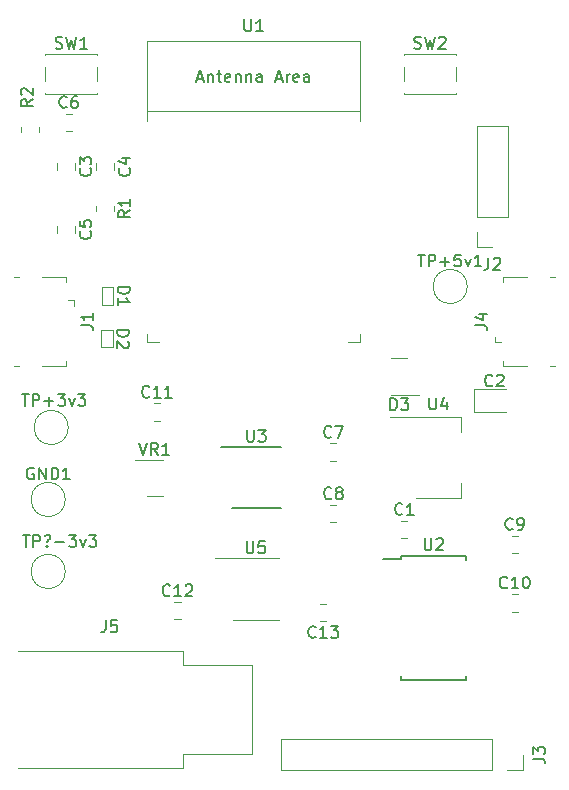
<source format=gbr>
%TF.GenerationSoftware,KiCad,Pcbnew,6.0.9+dfsg-1~bpo11+1*%
%TF.CreationDate,2022-12-22T20:36:38-06:00*%
%TF.ProjectId,CAE32_PCB,43414533-325f-4504-9342-2e6b69636164,rev?*%
%TF.SameCoordinates,Original*%
%TF.FileFunction,Legend,Top*%
%TF.FilePolarity,Positive*%
%FSLAX46Y46*%
G04 Gerber Fmt 4.6, Leading zero omitted, Abs format (unit mm)*
G04 Created by KiCad (PCBNEW 6.0.9+dfsg-1~bpo11+1) date 2022-12-22 20:36:38*
%MOMM*%
%LPD*%
G01*
G04 APERTURE LIST*
%ADD10C,0.150000*%
%ADD11C,0.120000*%
G04 APERTURE END LIST*
D10*
%TO.C,C6*%
X131108333Y-96802142D02*
X131060714Y-96849761D01*
X130917857Y-96897380D01*
X130822619Y-96897380D01*
X130679761Y-96849761D01*
X130584523Y-96754523D01*
X130536904Y-96659285D01*
X130489285Y-96468809D01*
X130489285Y-96325952D01*
X130536904Y-96135476D01*
X130584523Y-96040238D01*
X130679761Y-95945000D01*
X130822619Y-95897380D01*
X130917857Y-95897380D01*
X131060714Y-95945000D01*
X131108333Y-95992619D01*
X131965476Y-95897380D02*
X131775000Y-95897380D01*
X131679761Y-95945000D01*
X131632142Y-95992619D01*
X131536904Y-96135476D01*
X131489285Y-96325952D01*
X131489285Y-96706904D01*
X131536904Y-96802142D01*
X131584523Y-96849761D01*
X131679761Y-96897380D01*
X131870238Y-96897380D01*
X131965476Y-96849761D01*
X132013095Y-96802142D01*
X132060714Y-96706904D01*
X132060714Y-96468809D01*
X132013095Y-96373571D01*
X131965476Y-96325952D01*
X131870238Y-96278333D01*
X131679761Y-96278333D01*
X131584523Y-96325952D01*
X131536904Y-96373571D01*
X131489285Y-96468809D01*
%TO.C,C9*%
X168870333Y-132535142D02*
X168822714Y-132582761D01*
X168679857Y-132630380D01*
X168584619Y-132630380D01*
X168441761Y-132582761D01*
X168346523Y-132487523D01*
X168298904Y-132392285D01*
X168251285Y-132201809D01*
X168251285Y-132058952D01*
X168298904Y-131868476D01*
X168346523Y-131773238D01*
X168441761Y-131678000D01*
X168584619Y-131630380D01*
X168679857Y-131630380D01*
X168822714Y-131678000D01*
X168870333Y-131725619D01*
X169346523Y-132630380D02*
X169537000Y-132630380D01*
X169632238Y-132582761D01*
X169679857Y-132535142D01*
X169775095Y-132392285D01*
X169822714Y-132201809D01*
X169822714Y-131820857D01*
X169775095Y-131725619D01*
X169727476Y-131678000D01*
X169632238Y-131630380D01*
X169441761Y-131630380D01*
X169346523Y-131678000D01*
X169298904Y-131725619D01*
X169251285Y-131820857D01*
X169251285Y-132058952D01*
X169298904Y-132154190D01*
X169346523Y-132201809D01*
X169441761Y-132249428D01*
X169632238Y-132249428D01*
X169727476Y-132201809D01*
X169775095Y-132154190D01*
X169822714Y-132058952D01*
%TO.C,VR1*%
X137265476Y-125277380D02*
X137598809Y-126277380D01*
X137932142Y-125277380D01*
X138836904Y-126277380D02*
X138503571Y-125801190D01*
X138265476Y-126277380D02*
X138265476Y-125277380D01*
X138646428Y-125277380D01*
X138741666Y-125325000D01*
X138789285Y-125372619D01*
X138836904Y-125467857D01*
X138836904Y-125610714D01*
X138789285Y-125705952D01*
X138741666Y-125753571D01*
X138646428Y-125801190D01*
X138265476Y-125801190D01*
X139789285Y-126277380D02*
X139217857Y-126277380D01*
X139503571Y-126277380D02*
X139503571Y-125277380D01*
X139408333Y-125420238D01*
X139313095Y-125515476D01*
X139217857Y-125563095D01*
%TO.C,C3*%
X133101142Y-102020666D02*
X133148761Y-102068285D01*
X133196380Y-102211142D01*
X133196380Y-102306380D01*
X133148761Y-102449238D01*
X133053523Y-102544476D01*
X132958285Y-102592095D01*
X132767809Y-102639714D01*
X132624952Y-102639714D01*
X132434476Y-102592095D01*
X132339238Y-102544476D01*
X132244000Y-102449238D01*
X132196380Y-102306380D01*
X132196380Y-102211142D01*
X132244000Y-102068285D01*
X132291619Y-102020666D01*
X132196380Y-101687333D02*
X132196380Y-101068285D01*
X132577333Y-101401619D01*
X132577333Y-101258761D01*
X132624952Y-101163523D01*
X132672571Y-101115904D01*
X132767809Y-101068285D01*
X133005904Y-101068285D01*
X133101142Y-101115904D01*
X133148761Y-101163523D01*
X133196380Y-101258761D01*
X133196380Y-101544476D01*
X133148761Y-101639714D01*
X133101142Y-101687333D01*
%TO.C,C1*%
X159533333Y-131265142D02*
X159485714Y-131312761D01*
X159342857Y-131360380D01*
X159247619Y-131360380D01*
X159104761Y-131312761D01*
X159009523Y-131217523D01*
X158961904Y-131122285D01*
X158914285Y-130931809D01*
X158914285Y-130788952D01*
X158961904Y-130598476D01*
X159009523Y-130503238D01*
X159104761Y-130408000D01*
X159247619Y-130360380D01*
X159342857Y-130360380D01*
X159485714Y-130408000D01*
X159533333Y-130455619D01*
X160485714Y-131360380D02*
X159914285Y-131360380D01*
X160200000Y-131360380D02*
X160200000Y-130360380D01*
X160104761Y-130503238D01*
X160009523Y-130598476D01*
X159914285Y-130646095D01*
%TO.C,TP?-3v3*%
X127389333Y-133056380D02*
X127960761Y-133056380D01*
X127675047Y-134056380D02*
X127675047Y-133056380D01*
X128294095Y-134056380D02*
X128294095Y-133056380D01*
X128675047Y-133056380D01*
X128770285Y-133104000D01*
X128817904Y-133151619D01*
X128865523Y-133246857D01*
X128865523Y-133389714D01*
X128817904Y-133484952D01*
X128770285Y-133532571D01*
X128675047Y-133580190D01*
X128294095Y-133580190D01*
X129436952Y-133961142D02*
X129484571Y-134008761D01*
X129436952Y-134056380D01*
X129389333Y-134008761D01*
X129436952Y-133961142D01*
X129436952Y-134056380D01*
X129246476Y-133104000D02*
X129341714Y-133056380D01*
X129579809Y-133056380D01*
X129675047Y-133104000D01*
X129722666Y-133199238D01*
X129722666Y-133294476D01*
X129675047Y-133389714D01*
X129627428Y-133437333D01*
X129532190Y-133484952D01*
X129484571Y-133532571D01*
X129436952Y-133627809D01*
X129436952Y-133675428D01*
X130151238Y-133675428D02*
X130913142Y-133675428D01*
X131294095Y-133056380D02*
X131913142Y-133056380D01*
X131579809Y-133437333D01*
X131722666Y-133437333D01*
X131817904Y-133484952D01*
X131865523Y-133532571D01*
X131913142Y-133627809D01*
X131913142Y-133865904D01*
X131865523Y-133961142D01*
X131817904Y-134008761D01*
X131722666Y-134056380D01*
X131436952Y-134056380D01*
X131341714Y-134008761D01*
X131294095Y-133961142D01*
X132246476Y-133389714D02*
X132484571Y-134056380D01*
X132722666Y-133389714D01*
X133008380Y-133056380D02*
X133627428Y-133056380D01*
X133294095Y-133437333D01*
X133436952Y-133437333D01*
X133532190Y-133484952D01*
X133579809Y-133532571D01*
X133627428Y-133627809D01*
X133627428Y-133865904D01*
X133579809Y-133961142D01*
X133532190Y-134008761D01*
X133436952Y-134056380D01*
X133151238Y-134056380D01*
X133056000Y-134008761D01*
X133008380Y-133961142D01*
%TO.C,D1*%
X135437619Y-112061904D02*
X136437619Y-112061904D01*
X136437619Y-112300000D01*
X136390000Y-112442857D01*
X136294761Y-112538095D01*
X136199523Y-112585714D01*
X136009047Y-112633333D01*
X135866190Y-112633333D01*
X135675714Y-112585714D01*
X135580476Y-112538095D01*
X135485238Y-112442857D01*
X135437619Y-112300000D01*
X135437619Y-112061904D01*
X135437619Y-113585714D02*
X135437619Y-113014285D01*
X135437619Y-113300000D02*
X136437619Y-113300000D01*
X136294761Y-113204761D01*
X136199523Y-113109523D01*
X136151904Y-113014285D01*
%TO.C,C13*%
X152182142Y-141662142D02*
X152134523Y-141709761D01*
X151991666Y-141757380D01*
X151896428Y-141757380D01*
X151753571Y-141709761D01*
X151658333Y-141614523D01*
X151610714Y-141519285D01*
X151563095Y-141328809D01*
X151563095Y-141185952D01*
X151610714Y-140995476D01*
X151658333Y-140900238D01*
X151753571Y-140805000D01*
X151896428Y-140757380D01*
X151991666Y-140757380D01*
X152134523Y-140805000D01*
X152182142Y-140852619D01*
X153134523Y-141757380D02*
X152563095Y-141757380D01*
X152848809Y-141757380D02*
X152848809Y-140757380D01*
X152753571Y-140900238D01*
X152658333Y-140995476D01*
X152563095Y-141043095D01*
X153467857Y-140757380D02*
X154086904Y-140757380D01*
X153753571Y-141138333D01*
X153896428Y-141138333D01*
X153991666Y-141185952D01*
X154039285Y-141233571D01*
X154086904Y-141328809D01*
X154086904Y-141566904D01*
X154039285Y-141662142D01*
X153991666Y-141709761D01*
X153896428Y-141757380D01*
X153610714Y-141757380D01*
X153515476Y-141709761D01*
X153467857Y-141662142D01*
%TO.C,R2*%
X128214380Y-96178666D02*
X127738190Y-96512000D01*
X128214380Y-96750095D02*
X127214380Y-96750095D01*
X127214380Y-96369142D01*
X127262000Y-96273904D01*
X127309619Y-96226285D01*
X127404857Y-96178666D01*
X127547714Y-96178666D01*
X127642952Y-96226285D01*
X127690571Y-96273904D01*
X127738190Y-96369142D01*
X127738190Y-96750095D01*
X127309619Y-95797714D02*
X127262000Y-95750095D01*
X127214380Y-95654857D01*
X127214380Y-95416761D01*
X127262000Y-95321523D01*
X127309619Y-95273904D01*
X127404857Y-95226285D01*
X127500095Y-95226285D01*
X127642952Y-95273904D01*
X128214380Y-95845333D01*
X128214380Y-95226285D01*
%TO.C,J4*%
X165701380Y-115283333D02*
X166415666Y-115283333D01*
X166558523Y-115330952D01*
X166653761Y-115426190D01*
X166701380Y-115569047D01*
X166701380Y-115664285D01*
X166034714Y-114378571D02*
X166701380Y-114378571D01*
X165653761Y-114616666D02*
X166368047Y-114854761D01*
X166368047Y-114235714D01*
%TO.C,C4*%
X136403142Y-102020666D02*
X136450761Y-102068285D01*
X136498380Y-102211142D01*
X136498380Y-102306380D01*
X136450761Y-102449238D01*
X136355523Y-102544476D01*
X136260285Y-102592095D01*
X136069809Y-102639714D01*
X135926952Y-102639714D01*
X135736476Y-102592095D01*
X135641238Y-102544476D01*
X135546000Y-102449238D01*
X135498380Y-102306380D01*
X135498380Y-102211142D01*
X135546000Y-102068285D01*
X135593619Y-102020666D01*
X135831714Y-101163523D02*
X136498380Y-101163523D01*
X135450761Y-101401619D02*
X136165047Y-101639714D01*
X136165047Y-101020666D01*
%TO.C,J5*%
X134402666Y-140280380D02*
X134402666Y-140994666D01*
X134355047Y-141137523D01*
X134259809Y-141232761D01*
X134116952Y-141280380D01*
X134021714Y-141280380D01*
X135355047Y-140280380D02*
X134878857Y-140280380D01*
X134831238Y-140756571D01*
X134878857Y-140708952D01*
X134974095Y-140661333D01*
X135212190Y-140661333D01*
X135307428Y-140708952D01*
X135355047Y-140756571D01*
X135402666Y-140851809D01*
X135402666Y-141089904D01*
X135355047Y-141185142D01*
X135307428Y-141232761D01*
X135212190Y-141280380D01*
X134974095Y-141280380D01*
X134878857Y-141232761D01*
X134831238Y-141185142D01*
%TO.C,C2*%
X167140833Y-120373142D02*
X167093214Y-120420761D01*
X166950357Y-120468380D01*
X166855119Y-120468380D01*
X166712261Y-120420761D01*
X166617023Y-120325523D01*
X166569404Y-120230285D01*
X166521785Y-120039809D01*
X166521785Y-119896952D01*
X166569404Y-119706476D01*
X166617023Y-119611238D01*
X166712261Y-119516000D01*
X166855119Y-119468380D01*
X166950357Y-119468380D01*
X167093214Y-119516000D01*
X167140833Y-119563619D01*
X167521785Y-119563619D02*
X167569404Y-119516000D01*
X167664642Y-119468380D01*
X167902738Y-119468380D01*
X167997976Y-119516000D01*
X168045595Y-119563619D01*
X168093214Y-119658857D01*
X168093214Y-119754095D01*
X168045595Y-119896952D01*
X167474166Y-120468380D01*
X168093214Y-120468380D01*
%TO.C,U2*%
X161417095Y-133333380D02*
X161417095Y-134142904D01*
X161464714Y-134238142D01*
X161512333Y-134285761D01*
X161607571Y-134333380D01*
X161798047Y-134333380D01*
X161893285Y-134285761D01*
X161940904Y-134238142D01*
X161988523Y-134142904D01*
X161988523Y-133333380D01*
X162417095Y-133428619D02*
X162464714Y-133381000D01*
X162559952Y-133333380D01*
X162798047Y-133333380D01*
X162893285Y-133381000D01*
X162940904Y-133428619D01*
X162988523Y-133523857D01*
X162988523Y-133619095D01*
X162940904Y-133761952D01*
X162369476Y-134333380D01*
X162988523Y-134333380D01*
%TO.C,C5*%
X133101142Y-107354666D02*
X133148761Y-107402285D01*
X133196380Y-107545142D01*
X133196380Y-107640380D01*
X133148761Y-107783238D01*
X133053523Y-107878476D01*
X132958285Y-107926095D01*
X132767809Y-107973714D01*
X132624952Y-107973714D01*
X132434476Y-107926095D01*
X132339238Y-107878476D01*
X132244000Y-107783238D01*
X132196380Y-107640380D01*
X132196380Y-107545142D01*
X132244000Y-107402285D01*
X132291619Y-107354666D01*
X132196380Y-106449904D02*
X132196380Y-106926095D01*
X132672571Y-106973714D01*
X132624952Y-106926095D01*
X132577333Y-106830857D01*
X132577333Y-106592761D01*
X132624952Y-106497523D01*
X132672571Y-106449904D01*
X132767809Y-106402285D01*
X133005904Y-106402285D01*
X133101142Y-106449904D01*
X133148761Y-106497523D01*
X133196380Y-106592761D01*
X133196380Y-106830857D01*
X133148761Y-106926095D01*
X133101142Y-106973714D01*
%TO.C,R1*%
X136468380Y-105576666D02*
X135992190Y-105910000D01*
X136468380Y-106148095D02*
X135468380Y-106148095D01*
X135468380Y-105767142D01*
X135516000Y-105671904D01*
X135563619Y-105624285D01*
X135658857Y-105576666D01*
X135801714Y-105576666D01*
X135896952Y-105624285D01*
X135944571Y-105671904D01*
X135992190Y-105767142D01*
X135992190Y-106148095D01*
X136468380Y-104624285D02*
X136468380Y-105195714D01*
X136468380Y-104910000D02*
X135468380Y-104910000D01*
X135611238Y-105005238D01*
X135706476Y-105100476D01*
X135754095Y-105195714D01*
%TO.C,TP+5v1*%
X160837904Y-109318380D02*
X161409333Y-109318380D01*
X161123619Y-110318380D02*
X161123619Y-109318380D01*
X161742666Y-110318380D02*
X161742666Y-109318380D01*
X162123619Y-109318380D01*
X162218857Y-109366000D01*
X162266476Y-109413619D01*
X162314095Y-109508857D01*
X162314095Y-109651714D01*
X162266476Y-109746952D01*
X162218857Y-109794571D01*
X162123619Y-109842190D01*
X161742666Y-109842190D01*
X162742666Y-109937428D02*
X163504571Y-109937428D01*
X163123619Y-110318380D02*
X163123619Y-109556476D01*
X164456952Y-109318380D02*
X163980761Y-109318380D01*
X163933142Y-109794571D01*
X163980761Y-109746952D01*
X164076000Y-109699333D01*
X164314095Y-109699333D01*
X164409333Y-109746952D01*
X164456952Y-109794571D01*
X164504571Y-109889809D01*
X164504571Y-110127904D01*
X164456952Y-110223142D01*
X164409333Y-110270761D01*
X164314095Y-110318380D01*
X164076000Y-110318380D01*
X163980761Y-110270761D01*
X163933142Y-110223142D01*
X164837904Y-109651714D02*
X165076000Y-110318380D01*
X165314095Y-109651714D01*
X166218857Y-110318380D02*
X165647428Y-110318380D01*
X165933142Y-110318380D02*
X165933142Y-109318380D01*
X165837904Y-109461238D01*
X165742666Y-109556476D01*
X165647428Y-109604095D01*
%TO.C,C10*%
X168394142Y-137488142D02*
X168346523Y-137535761D01*
X168203666Y-137583380D01*
X168108428Y-137583380D01*
X167965571Y-137535761D01*
X167870333Y-137440523D01*
X167822714Y-137345285D01*
X167775095Y-137154809D01*
X167775095Y-137011952D01*
X167822714Y-136821476D01*
X167870333Y-136726238D01*
X167965571Y-136631000D01*
X168108428Y-136583380D01*
X168203666Y-136583380D01*
X168346523Y-136631000D01*
X168394142Y-136678619D01*
X169346523Y-137583380D02*
X168775095Y-137583380D01*
X169060809Y-137583380D02*
X169060809Y-136583380D01*
X168965571Y-136726238D01*
X168870333Y-136821476D01*
X168775095Y-136869095D01*
X169965571Y-136583380D02*
X170060809Y-136583380D01*
X170156047Y-136631000D01*
X170203666Y-136678619D01*
X170251285Y-136773857D01*
X170298904Y-136964333D01*
X170298904Y-137202428D01*
X170251285Y-137392904D01*
X170203666Y-137488142D01*
X170156047Y-137535761D01*
X170060809Y-137583380D01*
X169965571Y-137583380D01*
X169870333Y-137535761D01*
X169822714Y-137488142D01*
X169775095Y-137392904D01*
X169727476Y-137202428D01*
X169727476Y-136964333D01*
X169775095Y-136773857D01*
X169822714Y-136678619D01*
X169870333Y-136631000D01*
X169965571Y-136583380D01*
%TO.C,J1*%
X132312380Y-115283333D02*
X133026666Y-115283333D01*
X133169523Y-115330952D01*
X133264761Y-115426190D01*
X133312380Y-115569047D01*
X133312380Y-115664285D01*
X133312380Y-114283333D02*
X133312380Y-114854761D01*
X133312380Y-114569047D02*
X132312380Y-114569047D01*
X132455238Y-114664285D01*
X132550476Y-114759523D01*
X132598095Y-114854761D01*
%TO.C,U1*%
X146163095Y-89402380D02*
X146163095Y-90211904D01*
X146210714Y-90307142D01*
X146258333Y-90354761D01*
X146353571Y-90402380D01*
X146544047Y-90402380D01*
X146639285Y-90354761D01*
X146686904Y-90307142D01*
X146734523Y-90211904D01*
X146734523Y-89402380D01*
X147734523Y-90402380D02*
X147163095Y-90402380D01*
X147448809Y-90402380D02*
X147448809Y-89402380D01*
X147353571Y-89545238D01*
X147258333Y-89640476D01*
X147163095Y-89688095D01*
X142163095Y-94416666D02*
X142639285Y-94416666D01*
X142067857Y-94702380D02*
X142401190Y-93702380D01*
X142734523Y-94702380D01*
X143067857Y-94035714D02*
X143067857Y-94702380D01*
X143067857Y-94130952D02*
X143115476Y-94083333D01*
X143210714Y-94035714D01*
X143353571Y-94035714D01*
X143448809Y-94083333D01*
X143496428Y-94178571D01*
X143496428Y-94702380D01*
X143829761Y-94035714D02*
X144210714Y-94035714D01*
X143972619Y-93702380D02*
X143972619Y-94559523D01*
X144020238Y-94654761D01*
X144115476Y-94702380D01*
X144210714Y-94702380D01*
X144925000Y-94654761D02*
X144829761Y-94702380D01*
X144639285Y-94702380D01*
X144544047Y-94654761D01*
X144496428Y-94559523D01*
X144496428Y-94178571D01*
X144544047Y-94083333D01*
X144639285Y-94035714D01*
X144829761Y-94035714D01*
X144925000Y-94083333D01*
X144972619Y-94178571D01*
X144972619Y-94273809D01*
X144496428Y-94369047D01*
X145401190Y-94035714D02*
X145401190Y-94702380D01*
X145401190Y-94130952D02*
X145448809Y-94083333D01*
X145544047Y-94035714D01*
X145686904Y-94035714D01*
X145782142Y-94083333D01*
X145829761Y-94178571D01*
X145829761Y-94702380D01*
X146305952Y-94035714D02*
X146305952Y-94702380D01*
X146305952Y-94130952D02*
X146353571Y-94083333D01*
X146448809Y-94035714D01*
X146591666Y-94035714D01*
X146686904Y-94083333D01*
X146734523Y-94178571D01*
X146734523Y-94702380D01*
X147639285Y-94702380D02*
X147639285Y-94178571D01*
X147591666Y-94083333D01*
X147496428Y-94035714D01*
X147305952Y-94035714D01*
X147210714Y-94083333D01*
X147639285Y-94654761D02*
X147544047Y-94702380D01*
X147305952Y-94702380D01*
X147210714Y-94654761D01*
X147163095Y-94559523D01*
X147163095Y-94464285D01*
X147210714Y-94369047D01*
X147305952Y-94321428D01*
X147544047Y-94321428D01*
X147639285Y-94273809D01*
X148829761Y-94416666D02*
X149305952Y-94416666D01*
X148734523Y-94702380D02*
X149067857Y-93702380D01*
X149401190Y-94702380D01*
X149734523Y-94702380D02*
X149734523Y-94035714D01*
X149734523Y-94226190D02*
X149782142Y-94130952D01*
X149829761Y-94083333D01*
X149925000Y-94035714D01*
X150020238Y-94035714D01*
X150734523Y-94654761D02*
X150639285Y-94702380D01*
X150448809Y-94702380D01*
X150353571Y-94654761D01*
X150305952Y-94559523D01*
X150305952Y-94178571D01*
X150353571Y-94083333D01*
X150448809Y-94035714D01*
X150639285Y-94035714D01*
X150734523Y-94083333D01*
X150782142Y-94178571D01*
X150782142Y-94273809D01*
X150305952Y-94369047D01*
X151639285Y-94702380D02*
X151639285Y-94178571D01*
X151591666Y-94083333D01*
X151496428Y-94035714D01*
X151305952Y-94035714D01*
X151210714Y-94083333D01*
X151639285Y-94654761D02*
X151544047Y-94702380D01*
X151305952Y-94702380D01*
X151210714Y-94654761D01*
X151163095Y-94559523D01*
X151163095Y-94464285D01*
X151210714Y-94369047D01*
X151305952Y-94321428D01*
X151544047Y-94321428D01*
X151639285Y-94273809D01*
%TO.C,U5*%
X146337895Y-133590780D02*
X146337895Y-134400304D01*
X146385514Y-134495542D01*
X146433133Y-134543161D01*
X146528371Y-134590780D01*
X146718847Y-134590780D01*
X146814085Y-134543161D01*
X146861704Y-134495542D01*
X146909323Y-134400304D01*
X146909323Y-133590780D01*
X147861704Y-133590780D02*
X147385514Y-133590780D01*
X147337895Y-134066971D01*
X147385514Y-134019352D01*
X147480752Y-133971733D01*
X147718847Y-133971733D01*
X147814085Y-134019352D01*
X147861704Y-134066971D01*
X147909323Y-134162209D01*
X147909323Y-134400304D01*
X147861704Y-134495542D01*
X147814085Y-134543161D01*
X147718847Y-134590780D01*
X147480752Y-134590780D01*
X147385514Y-134543161D01*
X147337895Y-134495542D01*
%TO.C,C11*%
X138107142Y-121327142D02*
X138059523Y-121374761D01*
X137916666Y-121422380D01*
X137821428Y-121422380D01*
X137678571Y-121374761D01*
X137583333Y-121279523D01*
X137535714Y-121184285D01*
X137488095Y-120993809D01*
X137488095Y-120850952D01*
X137535714Y-120660476D01*
X137583333Y-120565238D01*
X137678571Y-120470000D01*
X137821428Y-120422380D01*
X137916666Y-120422380D01*
X138059523Y-120470000D01*
X138107142Y-120517619D01*
X139059523Y-121422380D02*
X138488095Y-121422380D01*
X138773809Y-121422380D02*
X138773809Y-120422380D01*
X138678571Y-120565238D01*
X138583333Y-120660476D01*
X138488095Y-120708095D01*
X140011904Y-121422380D02*
X139440476Y-121422380D01*
X139726190Y-121422380D02*
X139726190Y-120422380D01*
X139630952Y-120565238D01*
X139535714Y-120660476D01*
X139440476Y-120708095D01*
%TO.C,C7*%
X153521333Y-124718142D02*
X153473714Y-124765761D01*
X153330857Y-124813380D01*
X153235619Y-124813380D01*
X153092761Y-124765761D01*
X152997523Y-124670523D01*
X152949904Y-124575285D01*
X152902285Y-124384809D01*
X152902285Y-124241952D01*
X152949904Y-124051476D01*
X152997523Y-123956238D01*
X153092761Y-123861000D01*
X153235619Y-123813380D01*
X153330857Y-123813380D01*
X153473714Y-123861000D01*
X153521333Y-123908619D01*
X153854666Y-123813380D02*
X154521333Y-123813380D01*
X154092761Y-124813380D01*
%TO.C,U4*%
X161813095Y-121427380D02*
X161813095Y-122236904D01*
X161860714Y-122332142D01*
X161908333Y-122379761D01*
X162003571Y-122427380D01*
X162194047Y-122427380D01*
X162289285Y-122379761D01*
X162336904Y-122332142D01*
X162384523Y-122236904D01*
X162384523Y-121427380D01*
X163289285Y-121760714D02*
X163289285Y-122427380D01*
X163051190Y-121379761D02*
X162813095Y-122094047D01*
X163432142Y-122094047D01*
%TO.C,C8*%
X153521333Y-129925142D02*
X153473714Y-129972761D01*
X153330857Y-130020380D01*
X153235619Y-130020380D01*
X153092761Y-129972761D01*
X152997523Y-129877523D01*
X152949904Y-129782285D01*
X152902285Y-129591809D01*
X152902285Y-129448952D01*
X152949904Y-129258476D01*
X152997523Y-129163238D01*
X153092761Y-129068000D01*
X153235619Y-129020380D01*
X153330857Y-129020380D01*
X153473714Y-129068000D01*
X153521333Y-129115619D01*
X154092761Y-129448952D02*
X153997523Y-129401333D01*
X153949904Y-129353714D01*
X153902285Y-129258476D01*
X153902285Y-129210857D01*
X153949904Y-129115619D01*
X153997523Y-129068000D01*
X154092761Y-129020380D01*
X154283238Y-129020380D01*
X154378476Y-129068000D01*
X154426095Y-129115619D01*
X154473714Y-129210857D01*
X154473714Y-129258476D01*
X154426095Y-129353714D01*
X154378476Y-129401333D01*
X154283238Y-129448952D01*
X154092761Y-129448952D01*
X153997523Y-129496571D01*
X153949904Y-129544190D01*
X153902285Y-129639428D01*
X153902285Y-129829904D01*
X153949904Y-129925142D01*
X153997523Y-129972761D01*
X154092761Y-130020380D01*
X154283238Y-130020380D01*
X154378476Y-129972761D01*
X154426095Y-129925142D01*
X154473714Y-129829904D01*
X154473714Y-129639428D01*
X154426095Y-129544190D01*
X154378476Y-129496571D01*
X154283238Y-129448952D01*
%TO.C,J3*%
X170609380Y-151996333D02*
X171323666Y-151996333D01*
X171466523Y-152043952D01*
X171561761Y-152139190D01*
X171609380Y-152282047D01*
X171609380Y-152377285D01*
X170609380Y-151615380D02*
X170609380Y-150996333D01*
X170990333Y-151329666D01*
X170990333Y-151186809D01*
X171037952Y-151091571D01*
X171085571Y-151043952D01*
X171180809Y-150996333D01*
X171418904Y-150996333D01*
X171514142Y-151043952D01*
X171561761Y-151091571D01*
X171609380Y-151186809D01*
X171609380Y-151472523D01*
X171561761Y-151567761D01*
X171514142Y-151615380D01*
%TO.C,U3*%
X146388095Y-124152380D02*
X146388095Y-124961904D01*
X146435714Y-125057142D01*
X146483333Y-125104761D01*
X146578571Y-125152380D01*
X146769047Y-125152380D01*
X146864285Y-125104761D01*
X146911904Y-125057142D01*
X146959523Y-124961904D01*
X146959523Y-124152380D01*
X147340476Y-124152380D02*
X147959523Y-124152380D01*
X147626190Y-124533333D01*
X147769047Y-124533333D01*
X147864285Y-124580952D01*
X147911904Y-124628571D01*
X147959523Y-124723809D01*
X147959523Y-124961904D01*
X147911904Y-125057142D01*
X147864285Y-125104761D01*
X147769047Y-125152380D01*
X147483333Y-125152380D01*
X147388095Y-125104761D01*
X147340476Y-125057142D01*
%TO.C,D2*%
X135372619Y-115711904D02*
X136372619Y-115711904D01*
X136372619Y-115950000D01*
X136325000Y-116092857D01*
X136229761Y-116188095D01*
X136134523Y-116235714D01*
X135944047Y-116283333D01*
X135801190Y-116283333D01*
X135610714Y-116235714D01*
X135515476Y-116188095D01*
X135420238Y-116092857D01*
X135372619Y-115950000D01*
X135372619Y-115711904D01*
X136277380Y-116664285D02*
X136325000Y-116711904D01*
X136372619Y-116807142D01*
X136372619Y-117045238D01*
X136325000Y-117140476D01*
X136277380Y-117188095D01*
X136182142Y-117235714D01*
X136086904Y-117235714D01*
X135944047Y-117188095D01*
X135372619Y-116616666D01*
X135372619Y-117235714D01*
%TO.C,SW2*%
X160516666Y-91829761D02*
X160659523Y-91877380D01*
X160897619Y-91877380D01*
X160992857Y-91829761D01*
X161040476Y-91782142D01*
X161088095Y-91686904D01*
X161088095Y-91591666D01*
X161040476Y-91496428D01*
X160992857Y-91448809D01*
X160897619Y-91401190D01*
X160707142Y-91353571D01*
X160611904Y-91305952D01*
X160564285Y-91258333D01*
X160516666Y-91163095D01*
X160516666Y-91067857D01*
X160564285Y-90972619D01*
X160611904Y-90925000D01*
X160707142Y-90877380D01*
X160945238Y-90877380D01*
X161088095Y-90925000D01*
X161421428Y-90877380D02*
X161659523Y-91877380D01*
X161850000Y-91163095D01*
X162040476Y-91877380D01*
X162278571Y-90877380D01*
X162611904Y-90972619D02*
X162659523Y-90925000D01*
X162754761Y-90877380D01*
X162992857Y-90877380D01*
X163088095Y-90925000D01*
X163135714Y-90972619D01*
X163183333Y-91067857D01*
X163183333Y-91163095D01*
X163135714Y-91305952D01*
X162564285Y-91877380D01*
X163183333Y-91877380D01*
%TO.C,D3*%
X158519904Y-122486380D02*
X158519904Y-121486380D01*
X158758000Y-121486380D01*
X158900857Y-121534000D01*
X158996095Y-121629238D01*
X159043714Y-121724476D01*
X159091333Y-121914952D01*
X159091333Y-122057809D01*
X159043714Y-122248285D01*
X158996095Y-122343523D01*
X158900857Y-122438761D01*
X158758000Y-122486380D01*
X158519904Y-122486380D01*
X159424666Y-121486380D02*
X160043714Y-121486380D01*
X159710380Y-121867333D01*
X159853238Y-121867333D01*
X159948476Y-121914952D01*
X159996095Y-121962571D01*
X160043714Y-122057809D01*
X160043714Y-122295904D01*
X159996095Y-122391142D01*
X159948476Y-122438761D01*
X159853238Y-122486380D01*
X159567523Y-122486380D01*
X159472285Y-122438761D01*
X159424666Y-122391142D01*
%TO.C,J2*%
X166816666Y-109597380D02*
X166816666Y-110311666D01*
X166769047Y-110454523D01*
X166673809Y-110549761D01*
X166530952Y-110597380D01*
X166435714Y-110597380D01*
X167245238Y-109692619D02*
X167292857Y-109645000D01*
X167388095Y-109597380D01*
X167626190Y-109597380D01*
X167721428Y-109645000D01*
X167769047Y-109692619D01*
X167816666Y-109787857D01*
X167816666Y-109883095D01*
X167769047Y-110025952D01*
X167197619Y-110597380D01*
X167816666Y-110597380D01*
%TO.C,C12*%
X139852942Y-138149742D02*
X139805323Y-138197361D01*
X139662466Y-138244980D01*
X139567228Y-138244980D01*
X139424371Y-138197361D01*
X139329133Y-138102123D01*
X139281514Y-138006885D01*
X139233895Y-137816409D01*
X139233895Y-137673552D01*
X139281514Y-137483076D01*
X139329133Y-137387838D01*
X139424371Y-137292600D01*
X139567228Y-137244980D01*
X139662466Y-137244980D01*
X139805323Y-137292600D01*
X139852942Y-137340219D01*
X140805323Y-138244980D02*
X140233895Y-138244980D01*
X140519609Y-138244980D02*
X140519609Y-137244980D01*
X140424371Y-137387838D01*
X140329133Y-137483076D01*
X140233895Y-137530695D01*
X141186276Y-137340219D02*
X141233895Y-137292600D01*
X141329133Y-137244980D01*
X141567228Y-137244980D01*
X141662466Y-137292600D01*
X141710085Y-137340219D01*
X141757704Y-137435457D01*
X141757704Y-137530695D01*
X141710085Y-137673552D01*
X141138657Y-138244980D01*
X141757704Y-138244980D01*
%TO.C,SW1*%
X130166666Y-91829761D02*
X130309523Y-91877380D01*
X130547619Y-91877380D01*
X130642857Y-91829761D01*
X130690476Y-91782142D01*
X130738095Y-91686904D01*
X130738095Y-91591666D01*
X130690476Y-91496428D01*
X130642857Y-91448809D01*
X130547619Y-91401190D01*
X130357142Y-91353571D01*
X130261904Y-91305952D01*
X130214285Y-91258333D01*
X130166666Y-91163095D01*
X130166666Y-91067857D01*
X130214285Y-90972619D01*
X130261904Y-90925000D01*
X130357142Y-90877380D01*
X130595238Y-90877380D01*
X130738095Y-90925000D01*
X131071428Y-90877380D02*
X131309523Y-91877380D01*
X131500000Y-91163095D01*
X131690476Y-91877380D01*
X131928571Y-90877380D01*
X132833333Y-91877380D02*
X132261904Y-91877380D01*
X132547619Y-91877380D02*
X132547619Y-90877380D01*
X132452380Y-91020238D01*
X132357142Y-91115476D01*
X132261904Y-91163095D01*
%TO.C,GND1*%
X128301904Y-127400000D02*
X128206666Y-127352380D01*
X128063809Y-127352380D01*
X127920952Y-127400000D01*
X127825714Y-127495238D01*
X127778095Y-127590476D01*
X127730476Y-127780952D01*
X127730476Y-127923809D01*
X127778095Y-128114285D01*
X127825714Y-128209523D01*
X127920952Y-128304761D01*
X128063809Y-128352380D01*
X128159047Y-128352380D01*
X128301904Y-128304761D01*
X128349523Y-128257142D01*
X128349523Y-127923809D01*
X128159047Y-127923809D01*
X128778095Y-128352380D02*
X128778095Y-127352380D01*
X129349523Y-128352380D01*
X129349523Y-127352380D01*
X129825714Y-128352380D02*
X129825714Y-127352380D01*
X130063809Y-127352380D01*
X130206666Y-127400000D01*
X130301904Y-127495238D01*
X130349523Y-127590476D01*
X130397142Y-127780952D01*
X130397142Y-127923809D01*
X130349523Y-128114285D01*
X130301904Y-128209523D01*
X130206666Y-128304761D01*
X130063809Y-128352380D01*
X129825714Y-128352380D01*
X131349523Y-128352380D02*
X130778095Y-128352380D01*
X131063809Y-128352380D02*
X131063809Y-127352380D01*
X130968571Y-127495238D01*
X130873333Y-127590476D01*
X130778095Y-127638095D01*
%TO.C,TP+3v3*%
X127309904Y-121118380D02*
X127881333Y-121118380D01*
X127595619Y-122118380D02*
X127595619Y-121118380D01*
X128214666Y-122118380D02*
X128214666Y-121118380D01*
X128595619Y-121118380D01*
X128690857Y-121166000D01*
X128738476Y-121213619D01*
X128786095Y-121308857D01*
X128786095Y-121451714D01*
X128738476Y-121546952D01*
X128690857Y-121594571D01*
X128595619Y-121642190D01*
X128214666Y-121642190D01*
X129214666Y-121737428D02*
X129976571Y-121737428D01*
X129595619Y-122118380D02*
X129595619Y-121356476D01*
X130357523Y-121118380D02*
X130976571Y-121118380D01*
X130643238Y-121499333D01*
X130786095Y-121499333D01*
X130881333Y-121546952D01*
X130928952Y-121594571D01*
X130976571Y-121689809D01*
X130976571Y-121927904D01*
X130928952Y-122023142D01*
X130881333Y-122070761D01*
X130786095Y-122118380D01*
X130500380Y-122118380D01*
X130405142Y-122070761D01*
X130357523Y-122023142D01*
X131309904Y-121451714D02*
X131548000Y-122118380D01*
X131786095Y-121451714D01*
X132071809Y-121118380D02*
X132690857Y-121118380D01*
X132357523Y-121499333D01*
X132500380Y-121499333D01*
X132595619Y-121546952D01*
X132643238Y-121594571D01*
X132690857Y-121689809D01*
X132690857Y-121927904D01*
X132643238Y-122023142D01*
X132595619Y-122070761D01*
X132500380Y-122118380D01*
X132214666Y-122118380D01*
X132119428Y-122070761D01*
X132071809Y-122023142D01*
D11*
%TO.C,C6*%
X131013748Y-98860000D02*
X131536252Y-98860000D01*
X131013748Y-97390000D02*
X131536252Y-97390000D01*
%TO.C,C9*%
X168775748Y-134593000D02*
X169298252Y-134593000D01*
X168775748Y-133123000D02*
X169298252Y-133123000D01*
%TO.C,VR1*%
X138575000Y-126665000D02*
X139225000Y-126665000D01*
X138575000Y-126665000D02*
X136900000Y-126665000D01*
X138575000Y-129785000D02*
X137925000Y-129785000D01*
X138575000Y-129785000D02*
X139225000Y-129785000D01*
%TO.C,C3*%
X131799000Y-101592748D02*
X131799000Y-102115252D01*
X130329000Y-101592748D02*
X130329000Y-102115252D01*
%TO.C,C1*%
X159438748Y-133323000D02*
X159961252Y-133323000D01*
X159438748Y-131853000D02*
X159961252Y-131853000D01*
%TO.C,TP?-3v3*%
X130990000Y-136144000D02*
G75*
G03*
X130990000Y-136144000I-1450000J0D01*
G01*
%TO.C,D1*%
X135050000Y-112100000D02*
X134100000Y-112100000D01*
X134100000Y-112100000D02*
X134100000Y-113550000D01*
X134100000Y-113550000D02*
X135050000Y-113550000D01*
X135050000Y-113550000D02*
X135050000Y-112100000D01*
%TO.C,C13*%
X153086252Y-138890000D02*
X152563748Y-138890000D01*
X153086252Y-140360000D02*
X152563748Y-140360000D01*
%TO.C,R2*%
X127281000Y-98929564D02*
X127281000Y-98475436D01*
X128751000Y-98929564D02*
X128751000Y-98475436D01*
%TO.C,J4*%
X172439000Y-118710000D02*
X172039000Y-118710000D01*
X167409000Y-116260000D02*
X167409000Y-116710000D01*
X168089000Y-118710000D02*
X168089000Y-118290000D01*
X168089000Y-111190000D02*
X168089000Y-111610000D01*
X167859000Y-116710000D02*
X167409000Y-116710000D01*
X170069000Y-118710000D02*
X168089000Y-118710000D01*
X170069000Y-111190000D02*
X168089000Y-111190000D01*
X172039000Y-111190000D02*
X172439000Y-111190000D01*
%TO.C,C4*%
X133631000Y-101592748D02*
X133631000Y-102115252D01*
X135101000Y-101592748D02*
X135101000Y-102115252D01*
%TO.C,J5*%
X126986000Y-152773000D02*
X140986000Y-152773000D01*
X146756000Y-144088000D02*
X140986000Y-144088000D01*
X140986000Y-142883000D02*
X126986000Y-142883000D01*
X140986000Y-151568000D02*
X146756000Y-151568000D01*
X140986000Y-152773000D02*
X140986000Y-151568000D01*
X140986000Y-144088000D02*
X140986000Y-142883000D01*
X146756000Y-151568000D02*
X146756000Y-144088000D01*
%TO.C,C2*%
X165622500Y-122626000D02*
X168307500Y-122626000D01*
X168307500Y-120706000D02*
X165622500Y-120706000D01*
X165622500Y-120706000D02*
X165622500Y-122626000D01*
D10*
%TO.C,U2*%
X159404000Y-145356000D02*
X164954000Y-145356000D01*
X159404000Y-145356000D02*
X159404000Y-145001000D01*
X159404000Y-135081000D02*
X157879000Y-135081000D01*
X159404000Y-134806000D02*
X159404000Y-135081000D01*
X164954000Y-134806000D02*
X164954000Y-135161000D01*
X164954000Y-145356000D02*
X164954000Y-145001000D01*
X159404000Y-134806000D02*
X164954000Y-134806000D01*
D11*
%TO.C,C5*%
X131799000Y-106926748D02*
X131799000Y-107449252D01*
X130329000Y-106926748D02*
X130329000Y-107449252D01*
%TO.C,R1*%
X135101000Y-105182936D02*
X135101000Y-105637064D01*
X133631000Y-105182936D02*
X133631000Y-105637064D01*
%TO.C,TP+5v1*%
X165026000Y-112014000D02*
G75*
G03*
X165026000Y-112014000I-1450000J0D01*
G01*
%TO.C,C10*%
X168775748Y-138076000D02*
X169298252Y-138076000D01*
X168775748Y-139546000D02*
X169298252Y-139546000D01*
%TO.C,J1*%
X131250000Y-113190000D02*
X131700000Y-113190000D01*
X127070000Y-118710000D02*
X126670000Y-118710000D01*
X131700000Y-113640000D02*
X131700000Y-113190000D01*
X131020000Y-111190000D02*
X131020000Y-111610000D01*
X131020000Y-118710000D02*
X131020000Y-118290000D01*
X126670000Y-111190000D02*
X127070000Y-111190000D01*
X129040000Y-118710000D02*
X131020000Y-118710000D01*
X129040000Y-111190000D02*
X131020000Y-111190000D01*
%TO.C,U1*%
X155925000Y-116750000D02*
X154925000Y-116750000D01*
X137925000Y-91250000D02*
X155925000Y-91250000D01*
X155925000Y-97190000D02*
X137925000Y-97190000D01*
X137925000Y-116750000D02*
X138925000Y-116750000D01*
X155925000Y-91250000D02*
X155925000Y-98000000D01*
X137925000Y-91250000D02*
X137925000Y-98000000D01*
X155925000Y-116000000D02*
X155925000Y-116750000D01*
X137925000Y-116000000D02*
X137925000Y-116750000D01*
%TO.C,U5*%
X147099800Y-134983400D02*
X143649800Y-134983400D01*
X147099800Y-140253400D02*
X145149800Y-140253400D01*
X147099800Y-140253400D02*
X149049800Y-140253400D01*
X147099800Y-134983400D02*
X149049800Y-134983400D01*
%TO.C,C11*%
X138488748Y-123385000D02*
X139011252Y-123385000D01*
X138488748Y-121915000D02*
X139011252Y-121915000D01*
%TO.C,C7*%
X153426748Y-125306000D02*
X153949252Y-125306000D01*
X153426748Y-126776000D02*
X153949252Y-126776000D01*
%TO.C,U4*%
X158475000Y-123065000D02*
X164485000Y-123065000D01*
X164485000Y-129885000D02*
X164485000Y-128625000D01*
X164485000Y-123065000D02*
X164485000Y-124325000D01*
X160725000Y-129885000D02*
X164485000Y-129885000D01*
%TO.C,C8*%
X153426748Y-131983000D02*
X153949252Y-131983000D01*
X153426748Y-130513000D02*
X153949252Y-130513000D01*
%TO.C,J3*%
X149277000Y-150333000D02*
X149277000Y-152993000D01*
X169717000Y-152993000D02*
X168387000Y-152993000D01*
X167117000Y-150333000D02*
X149277000Y-150333000D01*
X167117000Y-152993000D02*
X149277000Y-152993000D01*
X167117000Y-150333000D02*
X167117000Y-152993000D01*
X169717000Y-151663000D02*
X169717000Y-152993000D01*
D10*
%TO.C,U3*%
X145080000Y-130770000D02*
X149220000Y-130770000D01*
X144150000Y-125630000D02*
X149220000Y-125630000D01*
D11*
%TO.C,D2*%
X134050000Y-117150000D02*
X135000000Y-117150000D01*
X135000000Y-117150000D02*
X135000000Y-115700000D01*
X135000000Y-115700000D02*
X134050000Y-115700000D01*
X134050000Y-115700000D02*
X134050000Y-117150000D01*
%TO.C,SW2*%
X164050000Y-92445000D02*
X164050000Y-92325000D01*
X164050000Y-92325000D02*
X159650000Y-92325000D01*
X159650000Y-92325000D02*
X159650000Y-92445000D01*
X164050000Y-94595000D02*
X164050000Y-93455000D01*
X159650000Y-95605000D02*
X159650000Y-95725000D01*
X159650000Y-93455000D02*
X159650000Y-94595000D01*
X164050000Y-95725000D02*
X164050000Y-95605000D01*
X159650000Y-95725000D02*
X164050000Y-95725000D01*
%TO.C,D3*%
X159258000Y-121194000D02*
X158608000Y-121194000D01*
X159258000Y-118074000D02*
X158608000Y-118074000D01*
X159258000Y-118074000D02*
X159908000Y-118074000D01*
X159258000Y-121194000D02*
X160933000Y-121194000D01*
%TO.C,J2*%
X165820000Y-108705000D02*
X165820000Y-107375000D01*
X165820000Y-106105000D02*
X165820000Y-98425000D01*
X168480000Y-106105000D02*
X165820000Y-106105000D01*
X167150000Y-108705000D02*
X165820000Y-108705000D01*
X168480000Y-106105000D02*
X168480000Y-98425000D01*
X168480000Y-98425000D02*
X165820000Y-98425000D01*
%TO.C,C12*%
X140234548Y-140207600D02*
X140757052Y-140207600D01*
X140234548Y-138737600D02*
X140757052Y-138737600D01*
%TO.C,SW1*%
X129300000Y-93455000D02*
X129300000Y-94595000D01*
X129300000Y-95605000D02*
X129300000Y-95725000D01*
X133700000Y-92325000D02*
X129300000Y-92325000D01*
X129300000Y-92325000D02*
X129300000Y-92445000D01*
X133700000Y-92445000D02*
X133700000Y-92325000D01*
X133700000Y-95725000D02*
X133700000Y-95605000D01*
X133700000Y-94595000D02*
X133700000Y-93455000D01*
X129300000Y-95725000D02*
X133700000Y-95725000D01*
%TO.C,GND1*%
X130990000Y-130048000D02*
G75*
G03*
X130990000Y-130048000I-1450000J0D01*
G01*
%TO.C,TP+3v3*%
X131244000Y-123952000D02*
G75*
G03*
X131244000Y-123952000I-1450000J0D01*
G01*
%TD*%
M02*

</source>
